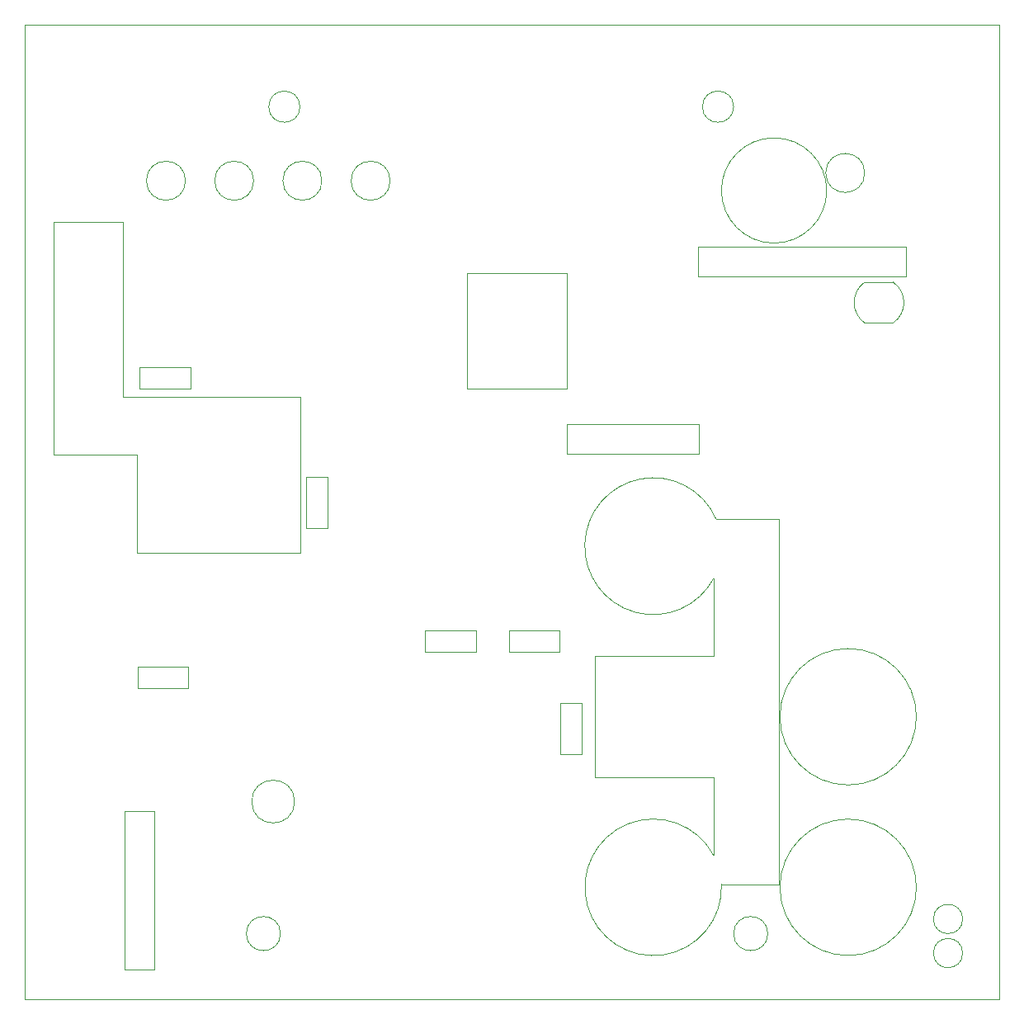
<source format=gbr>
%TF.GenerationSoftware,KiCad,Pcbnew,(6.0.1)*%
%TF.CreationDate,2022-03-29T22:28:26+02:00*%
%TF.ProjectId,pcbV10_front,70636256-3130-45f6-9672-6f6e742e6b69,rev?*%
%TF.SameCoordinates,Original*%
%TF.FileFunction,Profile,NP*%
%FSLAX46Y46*%
G04 Gerber Fmt 4.6, Leading zero omitted, Abs format (unit mm)*
G04 Created by KiCad (PCBNEW (6.0.1)) date 2022-03-29 22:28:26*
%MOMM*%
%LPD*%
G01*
G04 APERTURE LIST*
%TA.AperFunction,Profile*%
%ADD10C,0.050000*%
%TD*%
G04 APERTURE END LIST*
D10*
X50000000Y-150000000D02*
X50000000Y-50000000D01*
X77700000Y-129700000D02*
G75*
G03*
X77700000Y-129700000I-2200000J0D01*
G01*
X136200000Y-76400000D02*
X139100000Y-76400000D01*
X146250000Y-145250000D02*
G75*
G03*
X146250000Y-145250000I-1500000J0D01*
G01*
X78300000Y-88200000D02*
X60100000Y-88200000D01*
X66500000Y-66000000D02*
G75*
G03*
X66500000Y-66000000I-2000000J0D01*
G01*
X120934659Y-100684836D02*
G75*
G03*
X120699999Y-106800000I-6434659J-2815164D01*
G01*
X73500000Y-66000000D02*
G75*
G03*
X73500000Y-66000000I-2000000J0D01*
G01*
X141500000Y-138500000D02*
G75*
G03*
X141500000Y-138500000I-7000000J0D01*
G01*
X100500000Y-75500000D02*
X105600000Y-75500000D01*
X61800000Y-87300000D02*
X67000000Y-87300000D01*
X67000000Y-87300000D02*
X67000000Y-85100000D01*
X67000000Y-85100000D02*
X61800000Y-85100000D01*
X61800000Y-85100000D02*
X61800000Y-87300000D01*
X78300000Y-88200000D02*
X78300000Y-104200000D01*
X78250000Y-58400000D02*
G75*
G03*
X78250000Y-58400000I-1600000J0D01*
G01*
X105600000Y-75500000D02*
X105600000Y-87300000D01*
X120699999Y-106800000D02*
X120700000Y-114800000D01*
X95400000Y-87300000D02*
X95400000Y-75500000D01*
X132300000Y-67000000D02*
G75*
G03*
X132300000Y-67000000I-5400000J0D01*
G01*
X105000000Y-119600000D02*
X107200000Y-119600000D01*
X107200000Y-119600000D02*
X107200000Y-124800000D01*
X107200000Y-124800000D02*
X105000000Y-124800000D01*
X105000000Y-124800000D02*
X105000000Y-119600000D01*
X60100000Y-70200000D02*
X60100000Y-88200000D01*
X61600000Y-115900000D02*
X66800000Y-115900000D01*
X66800000Y-115900000D02*
X66800000Y-118100000D01*
X66800000Y-118100000D02*
X61600000Y-118100000D01*
X61600000Y-118100000D02*
X61600000Y-115900000D01*
X136200000Y-80600000D02*
X139100000Y-80600000D01*
X78900000Y-96400000D02*
X81100000Y-96400000D01*
X81100000Y-96400000D02*
X81100000Y-101600000D01*
X81100000Y-101600000D02*
X78900000Y-101600000D01*
X78900000Y-101600000D02*
X78900000Y-96400000D01*
X139100000Y-80599999D02*
G75*
G03*
X139100000Y-76400001I-1400000J2099999D01*
G01*
X141500000Y-121000000D02*
G75*
G03*
X141500000Y-121000000I-7000000J0D01*
G01*
X108500000Y-127200000D02*
X120700000Y-127200000D01*
X127400000Y-124800000D02*
X127400000Y-138200000D01*
X91100000Y-112100000D02*
X96300000Y-112100000D01*
X96300000Y-112100000D02*
X96300000Y-114300000D01*
X96300000Y-114300000D02*
X91100000Y-114300000D01*
X91100000Y-114300000D02*
X91100000Y-112100000D01*
X120684899Y-135208038D02*
X120700000Y-127200000D01*
X99700000Y-112100000D02*
X104900000Y-112100000D01*
X104900000Y-112100000D02*
X104900000Y-114300000D01*
X104900000Y-114300000D02*
X99700000Y-114300000D01*
X99700000Y-114300000D02*
X99700000Y-112100000D01*
X126250000Y-143250000D02*
G75*
G03*
X126250000Y-143250000I-1750000J0D01*
G01*
X146250000Y-141750000D02*
G75*
G03*
X146250000Y-141750000I-1500000J0D01*
G01*
X61500000Y-94100000D02*
X53000000Y-94100000D01*
X127400000Y-100700000D02*
X120934659Y-100684836D01*
X87500000Y-66000000D02*
G75*
G03*
X87500000Y-66000000I-2000000J0D01*
G01*
X136200000Y-65200000D02*
G75*
G03*
X136200000Y-65200000I-2000000J0D01*
G01*
X76250000Y-143250000D02*
G75*
G03*
X76250000Y-143250000I-1750000J0D01*
G01*
X127400000Y-138200000D02*
X121499999Y-138200000D01*
X60300000Y-130700000D02*
X63300000Y-130700000D01*
X63300000Y-130700000D02*
X63300000Y-146900000D01*
X63300000Y-146900000D02*
X60300000Y-146900000D01*
X60300000Y-146900000D02*
X60300000Y-130700000D01*
X136200000Y-76400000D02*
G75*
G03*
X136200000Y-80600000I1499999J-2100000D01*
G01*
X50000000Y-50000000D02*
X150000000Y-50000000D01*
X120700000Y-114800000D02*
X108500000Y-114800000D01*
X60100000Y-70200000D02*
X53000000Y-70200000D01*
X108500000Y-114800000D02*
X108500000Y-127200000D01*
X119100000Y-72800000D02*
X140400000Y-72800000D01*
X140400000Y-72800000D02*
X140400000Y-75800000D01*
X140400000Y-75800000D02*
X119100000Y-75800000D01*
X119100000Y-75800000D02*
X119100000Y-72800000D01*
X80500000Y-66000000D02*
G75*
G03*
X80500000Y-66000000I-2000000J0D01*
G01*
X78300000Y-104200000D02*
X61500000Y-104200000D01*
X105600000Y-91000000D02*
X119200000Y-91000000D01*
X119200000Y-91000000D02*
X119200000Y-94000000D01*
X119200000Y-94000000D02*
X105600000Y-94000000D01*
X105600000Y-94000000D02*
X105600000Y-91000000D01*
X105600000Y-87300000D02*
X95400000Y-87300000D01*
X150000000Y-150000000D02*
X50000000Y-150000000D01*
X122750000Y-58400000D02*
G75*
G03*
X122750000Y-58400000I-1600000J0D01*
G01*
X53000000Y-94100000D02*
X53000000Y-70200000D01*
X127400000Y-124800000D02*
X127400000Y-100700000D01*
X95400000Y-75500000D02*
X100500000Y-75500000D01*
X120684900Y-135208038D02*
G75*
G03*
X121499999Y-138200000I-6184900J-3291961D01*
G01*
X61500000Y-104200000D02*
X61500000Y-94100000D01*
X150000000Y-50000000D02*
X150000000Y-150000000D01*
M02*

</source>
